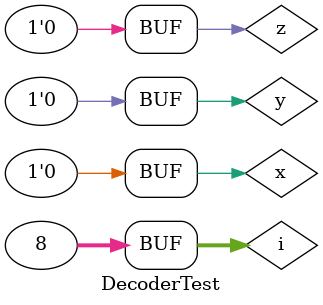
<source format=v>
module DecoderTest ();
	wire x, y, z;
	wire [7:0] d;

	Decoder dec(x, y, z, d);

	integer i;
	initial begin
		$dumpfile ("test.vcd");
		$dumpvars (0, DecoderTest);

		for (i = 0; i < 8; i=i+1) 
			# 10;
	end

	assign x = i[0], y = i[1], z = i[2];

endmodule
</source>
